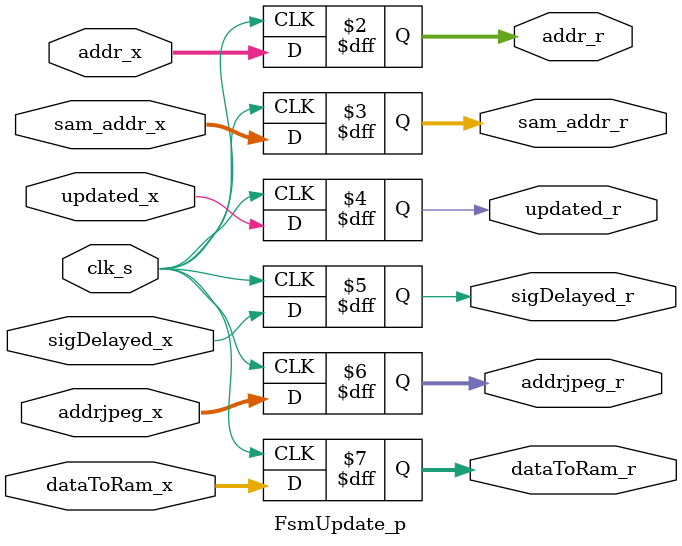
<source format=v>


`timescale 1ns/10ps

module FsmUpdate_p (
    clk_s,
    addr_r,
    addr_x,
    sam_addr_r,
    sam_addr_x,
    updated_r,
    updated_x,
    sigDelayed_r,
    sigDelayed_x,
    addrjpeg_r,
    addrjpeg_x,
    dataToRam_r,
    dataToRam_x
);


input clk_s;
output [13:0] addr_r;
reg [13:0] addr_r;
input [13:0] addr_x;
output [13:0] sam_addr_r;
reg [13:0] sam_addr_r;
input [13:0] sam_addr_x;
output updated_r;
reg updated_r;
input updated_x;
output sigDelayed_r;
reg sigDelayed_r;
input sigDelayed_x;
output [13:0] addrjpeg_r;
reg [13:0] addrjpeg_r;
input [13:0] addrjpeg_x;
output [15:0] dataToRam_r;
reg [15:0] dataToRam_r;
input [15:0] dataToRam_x;






always @(posedge clk_s) begin: FSMUPDATE_P_HDL
    addr_r <= addr_x;
    sam_addr_r <= sam_addr_x;
    addrjpeg_r <= addrjpeg_x;
    updated_r <= updated_x;
    sigDelayed_r <= sigDelayed_x;
    dataToRam_r <= dataToRam_x;
end

endmodule

</source>
